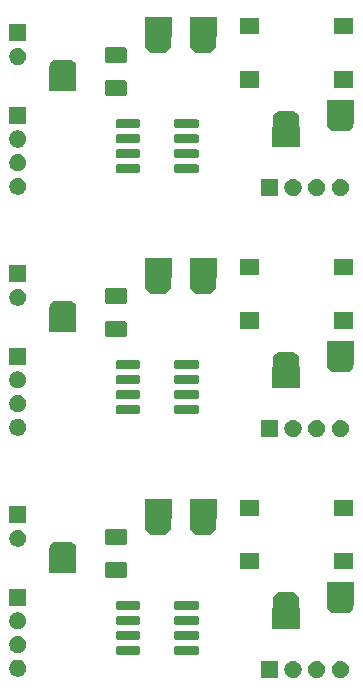
<source format=gbr>
G04 #@! TF.GenerationSoftware,KiCad,Pcbnew,(5.1.5)-3*
G04 #@! TF.CreationDate,2020-05-24T18:07:27-05:00*
G04 #@! TF.ProjectId,multiBoard_small,6d756c74-6942-46f6-9172-645f736d616c,rev?*
G04 #@! TF.SameCoordinates,PX5a995c0PY68e7780*
G04 #@! TF.FileFunction,Soldermask,Top*
G04 #@! TF.FilePolarity,Negative*
%FSLAX46Y46*%
G04 Gerber Fmt 4.6, Leading zero omitted, Abs format (unit mm)*
G04 Created by KiCad (PCBNEW (5.1.5)-3) date 2020-05-24 18:07:27*
%MOMM*%
%LPD*%
G04 APERTURE LIST*
%ADD10C,0.100000*%
G04 APERTURE END LIST*
D10*
G36*
X11400000Y16600000D02*
G01*
X11400000Y16300000D01*
X9200000Y16300000D01*
X9200000Y16600000D01*
X9600000Y16900000D01*
X11000000Y16900000D01*
X11400000Y16600000D01*
G37*
G36*
X21100000Y17900000D02*
G01*
X21100000Y18900000D01*
X23300000Y18900000D01*
X23300000Y17900000D01*
X22800000Y17500000D01*
X21600000Y17500000D01*
X21100000Y17900000D01*
G37*
G36*
X32700000Y11175000D02*
G01*
X32700000Y11475000D01*
X34900000Y11475000D01*
X34900000Y11175000D01*
X34500000Y10875000D01*
X33100000Y10875000D01*
X32700000Y11175000D01*
G37*
G36*
X30300000Y12200000D02*
G01*
X30300000Y11200000D01*
X28100000Y11200000D01*
X28100000Y12200000D01*
X28600000Y12600000D01*
X29800000Y12600000D01*
X30300000Y12200000D01*
G37*
G36*
X17300000Y17900000D02*
G01*
X17300000Y18900000D01*
X19500000Y18900000D01*
X19500000Y17900000D01*
X19000000Y17500000D01*
X17800000Y17500000D01*
X17300000Y17900000D01*
G37*
G36*
X21100000Y58700000D02*
G01*
X21100000Y59700000D01*
X23300000Y59700000D01*
X23300000Y58700000D01*
X22800000Y58300000D01*
X21600000Y58300000D01*
X21100000Y58700000D01*
G37*
G36*
X11400000Y57400000D02*
G01*
X11400000Y57100000D01*
X9200000Y57100000D01*
X9200000Y57400000D01*
X9600000Y57700000D01*
X11000000Y57700000D01*
X11400000Y57400000D01*
G37*
G36*
X30300000Y53000000D02*
G01*
X30300000Y52000000D01*
X28100000Y52000000D01*
X28100000Y53000000D01*
X28600000Y53400000D01*
X29800000Y53400000D01*
X30300000Y53000000D01*
G37*
G36*
X32700000Y51975000D02*
G01*
X32700000Y52275000D01*
X34900000Y52275000D01*
X34900000Y51975000D01*
X34500000Y51675000D01*
X33100000Y51675000D01*
X32700000Y51975000D01*
G37*
G36*
X17300000Y58700000D02*
G01*
X17300000Y59700000D01*
X19500000Y59700000D01*
X19500000Y58700000D01*
X19000000Y58300000D01*
X17800000Y58300000D01*
X17300000Y58700000D01*
G37*
G36*
X32700000Y31575000D02*
G01*
X32700000Y31875000D01*
X34900000Y31875000D01*
X34900000Y31575000D01*
X34500000Y31275000D01*
X33100000Y31275000D01*
X32700000Y31575000D01*
G37*
G36*
X17300000Y38300000D02*
G01*
X17300000Y39300000D01*
X19500000Y39300000D01*
X19500000Y38300000D01*
X19000000Y37900000D01*
X17800000Y37900000D01*
X17300000Y38300000D01*
G37*
G36*
X21100000Y38300000D02*
G01*
X21100000Y39300000D01*
X23300000Y39300000D01*
X23300000Y38300000D01*
X22800000Y37900000D01*
X21600000Y37900000D01*
X21100000Y38300000D01*
G37*
G36*
X30300000Y32600000D02*
G01*
X30300000Y31600000D01*
X28100000Y31600000D01*
X28100000Y32600000D01*
X28600000Y33000000D01*
X29800000Y33000000D01*
X30300000Y32600000D01*
G37*
G36*
X11400000Y37000000D02*
G01*
X11400000Y36700000D01*
X9200000Y36700000D01*
X9200000Y37000000D01*
X9600000Y37300000D01*
X11000000Y37300000D01*
X11400000Y37000000D01*
G37*
G36*
X34011766Y6798101D02*
G01*
X34143888Y6743374D01*
X34143890Y6743373D01*
X34262798Y6663921D01*
X34363921Y6562798D01*
X34363922Y6562796D01*
X34443374Y6443888D01*
X34498101Y6311766D01*
X34526000Y6171506D01*
X34526000Y6028494D01*
X34498101Y5888234D01*
X34443374Y5756112D01*
X34443373Y5756110D01*
X34363921Y5637202D01*
X34262798Y5536079D01*
X34143890Y5456627D01*
X34143889Y5456626D01*
X34143888Y5456626D01*
X34011766Y5401899D01*
X33871506Y5374000D01*
X33728494Y5374000D01*
X33588234Y5401899D01*
X33456112Y5456626D01*
X33456111Y5456626D01*
X33456110Y5456627D01*
X33337202Y5536079D01*
X33236079Y5637202D01*
X33156627Y5756110D01*
X33156626Y5756112D01*
X33101899Y5888234D01*
X33074000Y6028494D01*
X33074000Y6171506D01*
X33101899Y6311766D01*
X33156626Y6443888D01*
X33236078Y6562796D01*
X33236079Y6562798D01*
X33337202Y6663921D01*
X33456110Y6743373D01*
X33456112Y6743374D01*
X33588234Y6798101D01*
X33728494Y6826000D01*
X33871506Y6826000D01*
X34011766Y6798101D01*
G37*
G36*
X32011766Y6798101D02*
G01*
X32143888Y6743374D01*
X32143890Y6743373D01*
X32262798Y6663921D01*
X32363921Y6562798D01*
X32363922Y6562796D01*
X32443374Y6443888D01*
X32498101Y6311766D01*
X32526000Y6171506D01*
X32526000Y6028494D01*
X32498101Y5888234D01*
X32443374Y5756112D01*
X32443373Y5756110D01*
X32363921Y5637202D01*
X32262798Y5536079D01*
X32143890Y5456627D01*
X32143889Y5456626D01*
X32143888Y5456626D01*
X32011766Y5401899D01*
X31871506Y5374000D01*
X31728494Y5374000D01*
X31588234Y5401899D01*
X31456112Y5456626D01*
X31456111Y5456626D01*
X31456110Y5456627D01*
X31337202Y5536079D01*
X31236079Y5637202D01*
X31156627Y5756110D01*
X31156626Y5756112D01*
X31101899Y5888234D01*
X31074000Y6028494D01*
X31074000Y6171506D01*
X31101899Y6311766D01*
X31156626Y6443888D01*
X31236078Y6562796D01*
X31236079Y6562798D01*
X31337202Y6663921D01*
X31456110Y6743373D01*
X31456112Y6743374D01*
X31588234Y6798101D01*
X31728494Y6826000D01*
X31871506Y6826000D01*
X32011766Y6798101D01*
G37*
G36*
X28526000Y5374000D02*
G01*
X27074000Y5374000D01*
X27074000Y6826000D01*
X28526000Y6826000D01*
X28526000Y5374000D01*
G37*
G36*
X30011766Y6798101D02*
G01*
X30143888Y6743374D01*
X30143890Y6743373D01*
X30262798Y6663921D01*
X30363921Y6562798D01*
X30363922Y6562796D01*
X30443374Y6443888D01*
X30498101Y6311766D01*
X30526000Y6171506D01*
X30526000Y6028494D01*
X30498101Y5888234D01*
X30443374Y5756112D01*
X30443373Y5756110D01*
X30363921Y5637202D01*
X30262798Y5536079D01*
X30143890Y5456627D01*
X30143889Y5456626D01*
X30143888Y5456626D01*
X30011766Y5401899D01*
X29871506Y5374000D01*
X29728494Y5374000D01*
X29588234Y5401899D01*
X29456112Y5456626D01*
X29456111Y5456626D01*
X29456110Y5456627D01*
X29337202Y5536079D01*
X29236079Y5637202D01*
X29156627Y5756110D01*
X29156626Y5756112D01*
X29101899Y5888234D01*
X29074000Y6028494D01*
X29074000Y6171506D01*
X29101899Y6311766D01*
X29156626Y6443888D01*
X29236078Y6562796D01*
X29236079Y6562798D01*
X29337202Y6663921D01*
X29456110Y6743373D01*
X29456112Y6743374D01*
X29588234Y6798101D01*
X29728494Y6826000D01*
X29871506Y6826000D01*
X30011766Y6798101D01*
G37*
G36*
X6711766Y6898101D02*
G01*
X6843888Y6843374D01*
X6843890Y6843373D01*
X6962798Y6763921D01*
X7063921Y6662798D01*
X7063922Y6662796D01*
X7143374Y6543888D01*
X7198101Y6411766D01*
X7226000Y6271506D01*
X7226000Y6128494D01*
X7198101Y5988234D01*
X7156679Y5888234D01*
X7143373Y5856110D01*
X7063921Y5737202D01*
X6962798Y5636079D01*
X6843890Y5556627D01*
X6843889Y5556626D01*
X6843888Y5556626D01*
X6711766Y5501899D01*
X6571506Y5474000D01*
X6428494Y5474000D01*
X6288234Y5501899D01*
X6156112Y5556626D01*
X6156111Y5556626D01*
X6156110Y5556627D01*
X6037202Y5636079D01*
X5936079Y5737202D01*
X5856627Y5856110D01*
X5843321Y5888234D01*
X5801899Y5988234D01*
X5774000Y6128494D01*
X5774000Y6271506D01*
X5801899Y6411766D01*
X5856626Y6543888D01*
X5936078Y6662796D01*
X5936079Y6662798D01*
X6037202Y6763921D01*
X6156110Y6843373D01*
X6156112Y6843374D01*
X6288234Y6898101D01*
X6428494Y6926000D01*
X6571506Y6926000D01*
X6711766Y6898101D01*
G37*
G36*
X21709928Y8043236D02*
G01*
X21731009Y8036840D01*
X21750445Y8026452D01*
X21767476Y8012476D01*
X21781452Y7995445D01*
X21791840Y7976009D01*
X21798236Y7954928D01*
X21801000Y7926860D01*
X21801000Y7463140D01*
X21798236Y7435072D01*
X21791840Y7413991D01*
X21781452Y7394555D01*
X21767476Y7377524D01*
X21750445Y7363548D01*
X21731009Y7353160D01*
X21709928Y7346764D01*
X21681860Y7344000D01*
X19868140Y7344000D01*
X19840072Y7346764D01*
X19818991Y7353160D01*
X19799555Y7363548D01*
X19782524Y7377524D01*
X19768548Y7394555D01*
X19758160Y7413991D01*
X19751764Y7435072D01*
X19749000Y7463140D01*
X19749000Y7926860D01*
X19751764Y7954928D01*
X19758160Y7976009D01*
X19768548Y7995445D01*
X19782524Y8012476D01*
X19799555Y8026452D01*
X19818991Y8036840D01*
X19840072Y8043236D01*
X19868140Y8046000D01*
X21681860Y8046000D01*
X21709928Y8043236D01*
G37*
G36*
X16759928Y8043236D02*
G01*
X16781009Y8036840D01*
X16800445Y8026452D01*
X16817476Y8012476D01*
X16831452Y7995445D01*
X16841840Y7976009D01*
X16848236Y7954928D01*
X16851000Y7926860D01*
X16851000Y7463140D01*
X16848236Y7435072D01*
X16841840Y7413991D01*
X16831452Y7394555D01*
X16817476Y7377524D01*
X16800445Y7363548D01*
X16781009Y7353160D01*
X16759928Y7346764D01*
X16731860Y7344000D01*
X14918140Y7344000D01*
X14890072Y7346764D01*
X14868991Y7353160D01*
X14849555Y7363548D01*
X14832524Y7377524D01*
X14818548Y7394555D01*
X14808160Y7413991D01*
X14801764Y7435072D01*
X14799000Y7463140D01*
X14799000Y7926860D01*
X14801764Y7954928D01*
X14808160Y7976009D01*
X14818548Y7995445D01*
X14832524Y8012476D01*
X14849555Y8026452D01*
X14868991Y8036840D01*
X14890072Y8043236D01*
X14918140Y8046000D01*
X16731860Y8046000D01*
X16759928Y8043236D01*
G37*
G36*
X6711766Y8898101D02*
G01*
X6843888Y8843374D01*
X6843890Y8843373D01*
X6962798Y8763921D01*
X7063921Y8662798D01*
X7094680Y8616764D01*
X7143374Y8543888D01*
X7198101Y8411766D01*
X7226000Y8271506D01*
X7226000Y8128494D01*
X7198101Y7988234D01*
X7143374Y7856112D01*
X7143373Y7856110D01*
X7063921Y7737202D01*
X6962798Y7636079D01*
X6843890Y7556627D01*
X6843889Y7556626D01*
X6843888Y7556626D01*
X6711766Y7501899D01*
X6571506Y7474000D01*
X6428494Y7474000D01*
X6288234Y7501899D01*
X6156112Y7556626D01*
X6156111Y7556626D01*
X6156110Y7556627D01*
X6037202Y7636079D01*
X5936079Y7737202D01*
X5856627Y7856110D01*
X5856626Y7856112D01*
X5801899Y7988234D01*
X5774000Y8128494D01*
X5774000Y8271506D01*
X5801899Y8411766D01*
X5856626Y8543888D01*
X5905320Y8616764D01*
X5936079Y8662798D01*
X6037202Y8763921D01*
X6156110Y8843373D01*
X6156112Y8843374D01*
X6288234Y8898101D01*
X6428494Y8926000D01*
X6571506Y8926000D01*
X6711766Y8898101D01*
G37*
G36*
X21709928Y9313236D02*
G01*
X21731009Y9306840D01*
X21750445Y9296452D01*
X21767476Y9282476D01*
X21781452Y9265445D01*
X21791840Y9246009D01*
X21798236Y9224928D01*
X21801000Y9196860D01*
X21801000Y8733140D01*
X21798236Y8705072D01*
X21791840Y8683991D01*
X21781452Y8664555D01*
X21767476Y8647524D01*
X21750445Y8633548D01*
X21731009Y8623160D01*
X21709928Y8616764D01*
X21681860Y8614000D01*
X19868140Y8614000D01*
X19840072Y8616764D01*
X19818991Y8623160D01*
X19799555Y8633548D01*
X19782524Y8647524D01*
X19768548Y8664555D01*
X19758160Y8683991D01*
X19751764Y8705072D01*
X19749000Y8733140D01*
X19749000Y9196860D01*
X19751764Y9224928D01*
X19758160Y9246009D01*
X19768548Y9265445D01*
X19782524Y9282476D01*
X19799555Y9296452D01*
X19818991Y9306840D01*
X19840072Y9313236D01*
X19868140Y9316000D01*
X21681860Y9316000D01*
X21709928Y9313236D01*
G37*
G36*
X16759928Y9313236D02*
G01*
X16781009Y9306840D01*
X16800445Y9296452D01*
X16817476Y9282476D01*
X16831452Y9265445D01*
X16841840Y9246009D01*
X16848236Y9224928D01*
X16851000Y9196860D01*
X16851000Y8733140D01*
X16848236Y8705072D01*
X16841840Y8683991D01*
X16831452Y8664555D01*
X16817476Y8647524D01*
X16800445Y8633548D01*
X16781009Y8623160D01*
X16759928Y8616764D01*
X16731860Y8614000D01*
X14918140Y8614000D01*
X14890072Y8616764D01*
X14868991Y8623160D01*
X14849555Y8633548D01*
X14832524Y8647524D01*
X14818548Y8664555D01*
X14808160Y8683991D01*
X14801764Y8705072D01*
X14799000Y8733140D01*
X14799000Y9196860D01*
X14801764Y9224928D01*
X14808160Y9246009D01*
X14818548Y9265445D01*
X14832524Y9282476D01*
X14849555Y9296452D01*
X14868991Y9306840D01*
X14890072Y9313236D01*
X14918140Y9316000D01*
X16731860Y9316000D01*
X16759928Y9313236D01*
G37*
G36*
X6711766Y10898101D02*
G01*
X6843888Y10843374D01*
X6843890Y10843373D01*
X6962798Y10763921D01*
X7063921Y10662798D01*
X7137636Y10552476D01*
X7143374Y10543888D01*
X7198101Y10411766D01*
X7226000Y10271506D01*
X7226000Y10128494D01*
X7198101Y9988234D01*
X7143374Y9856112D01*
X7143373Y9856110D01*
X7063921Y9737202D01*
X6962798Y9636079D01*
X6843890Y9556627D01*
X6843889Y9556626D01*
X6843888Y9556626D01*
X6711766Y9501899D01*
X6571506Y9474000D01*
X6428494Y9474000D01*
X6288234Y9501899D01*
X6156112Y9556626D01*
X6156111Y9556626D01*
X6156110Y9556627D01*
X6037202Y9636079D01*
X5936079Y9737202D01*
X5856627Y9856110D01*
X5856626Y9856112D01*
X5801899Y9988234D01*
X5774000Y10128494D01*
X5774000Y10271506D01*
X5801899Y10411766D01*
X5856626Y10543888D01*
X5862364Y10552476D01*
X5936079Y10662798D01*
X6037202Y10763921D01*
X6156110Y10843373D01*
X6156112Y10843374D01*
X6288234Y10898101D01*
X6428494Y10926000D01*
X6571506Y10926000D01*
X6711766Y10898101D01*
G37*
G36*
X30351000Y9549000D02*
G01*
X28049000Y9549000D01*
X28049000Y11251000D01*
X30351000Y11251000D01*
X30351000Y9549000D01*
G37*
G36*
X16759928Y10583236D02*
G01*
X16781009Y10576840D01*
X16800445Y10566452D01*
X16817476Y10552476D01*
X16831452Y10535445D01*
X16841840Y10516009D01*
X16848236Y10494928D01*
X16851000Y10466860D01*
X16851000Y10003140D01*
X16848236Y9975072D01*
X16841840Y9953991D01*
X16831452Y9934555D01*
X16817476Y9917524D01*
X16800445Y9903548D01*
X16781009Y9893160D01*
X16759928Y9886764D01*
X16731860Y9884000D01*
X14918140Y9884000D01*
X14890072Y9886764D01*
X14868991Y9893160D01*
X14849555Y9903548D01*
X14832524Y9917524D01*
X14818548Y9934555D01*
X14808160Y9953991D01*
X14801764Y9975072D01*
X14799000Y10003140D01*
X14799000Y10466860D01*
X14801764Y10494928D01*
X14808160Y10516009D01*
X14818548Y10535445D01*
X14832524Y10552476D01*
X14849555Y10566452D01*
X14868991Y10576840D01*
X14890072Y10583236D01*
X14918140Y10586000D01*
X16731860Y10586000D01*
X16759928Y10583236D01*
G37*
G36*
X21709928Y10583236D02*
G01*
X21731009Y10576840D01*
X21750445Y10566452D01*
X21767476Y10552476D01*
X21781452Y10535445D01*
X21791840Y10516009D01*
X21798236Y10494928D01*
X21801000Y10466860D01*
X21801000Y10003140D01*
X21798236Y9975072D01*
X21791840Y9953991D01*
X21781452Y9934555D01*
X21767476Y9917524D01*
X21750445Y9903548D01*
X21731009Y9893160D01*
X21709928Y9886764D01*
X21681860Y9884000D01*
X19868140Y9884000D01*
X19840072Y9886764D01*
X19818991Y9893160D01*
X19799555Y9903548D01*
X19782524Y9917524D01*
X19768548Y9934555D01*
X19758160Y9953991D01*
X19751764Y9975072D01*
X19749000Y10003140D01*
X19749000Y10466860D01*
X19751764Y10494928D01*
X19758160Y10516009D01*
X19768548Y10535445D01*
X19782524Y10552476D01*
X19799555Y10566452D01*
X19818991Y10576840D01*
X19840072Y10583236D01*
X19868140Y10586000D01*
X21681860Y10586000D01*
X21709928Y10583236D01*
G37*
G36*
X21709928Y11853236D02*
G01*
X21731009Y11846840D01*
X21750445Y11836452D01*
X21767476Y11822476D01*
X21781452Y11805445D01*
X21791840Y11786009D01*
X21798236Y11764928D01*
X21801000Y11736860D01*
X21801000Y11273140D01*
X21798236Y11245072D01*
X21791840Y11223991D01*
X21781452Y11204555D01*
X21767476Y11187524D01*
X21750445Y11173548D01*
X21731009Y11163160D01*
X21709928Y11156764D01*
X21681860Y11154000D01*
X19868140Y11154000D01*
X19840072Y11156764D01*
X19818991Y11163160D01*
X19799555Y11173548D01*
X19782524Y11187524D01*
X19768548Y11204555D01*
X19758160Y11223991D01*
X19751764Y11245072D01*
X19749000Y11273140D01*
X19749000Y11736860D01*
X19751764Y11764928D01*
X19758160Y11786009D01*
X19768548Y11805445D01*
X19782524Y11822476D01*
X19799555Y11836452D01*
X19818991Y11846840D01*
X19840072Y11853236D01*
X19868140Y11856000D01*
X21681860Y11856000D01*
X21709928Y11853236D01*
G37*
G36*
X16759928Y11853236D02*
G01*
X16781009Y11846840D01*
X16800445Y11836452D01*
X16817476Y11822476D01*
X16831452Y11805445D01*
X16841840Y11786009D01*
X16848236Y11764928D01*
X16851000Y11736860D01*
X16851000Y11273140D01*
X16848236Y11245072D01*
X16841840Y11223991D01*
X16831452Y11204555D01*
X16817476Y11187524D01*
X16800445Y11173548D01*
X16781009Y11163160D01*
X16759928Y11156764D01*
X16731860Y11154000D01*
X14918140Y11154000D01*
X14890072Y11156764D01*
X14868991Y11163160D01*
X14849555Y11173548D01*
X14832524Y11187524D01*
X14818548Y11204555D01*
X14808160Y11223991D01*
X14801764Y11245072D01*
X14799000Y11273140D01*
X14799000Y11736860D01*
X14801764Y11764928D01*
X14808160Y11786009D01*
X14818548Y11805445D01*
X14832524Y11822476D01*
X14849555Y11836452D01*
X14868991Y11846840D01*
X14890072Y11853236D01*
X14918140Y11856000D01*
X16731860Y11856000D01*
X16759928Y11853236D01*
G37*
G36*
X34951000Y11424000D02*
G01*
X32649000Y11424000D01*
X32649000Y13526000D01*
X34951000Y13526000D01*
X34951000Y11424000D01*
G37*
G36*
X7226000Y11474000D02*
G01*
X5774000Y11474000D01*
X5774000Y12926000D01*
X7226000Y12926000D01*
X7226000Y11474000D01*
G37*
G36*
X15568604Y15171653D02*
G01*
X15605144Y15160568D01*
X15638821Y15142567D01*
X15668341Y15118341D01*
X15692567Y15088821D01*
X15710568Y15055144D01*
X15721653Y15018604D01*
X15726000Y14974462D01*
X15726000Y14025538D01*
X15721653Y13981396D01*
X15710568Y13944856D01*
X15692567Y13911179D01*
X15668341Y13881659D01*
X15638821Y13857433D01*
X15605144Y13839432D01*
X15568604Y13828347D01*
X15524462Y13824000D01*
X14075538Y13824000D01*
X14031396Y13828347D01*
X13994856Y13839432D01*
X13961179Y13857433D01*
X13931659Y13881659D01*
X13907433Y13911179D01*
X13889432Y13944856D01*
X13878347Y13981396D01*
X13874000Y14025538D01*
X13874000Y14974462D01*
X13878347Y15018604D01*
X13889432Y15055144D01*
X13907433Y15088821D01*
X13931659Y15118341D01*
X13961179Y15142567D01*
X13994856Y15160568D01*
X14031396Y15171653D01*
X14075538Y15176000D01*
X15524462Y15176000D01*
X15568604Y15171653D01*
G37*
G36*
X11451000Y14249000D02*
G01*
X9149000Y14249000D01*
X9149000Y16351000D01*
X11451000Y16351000D01*
X11451000Y14249000D01*
G37*
G36*
X26951000Y14549000D02*
G01*
X25299000Y14549000D01*
X25299000Y15951000D01*
X26951000Y15951000D01*
X26951000Y14549000D01*
G37*
G36*
X34901000Y14549000D02*
G01*
X33249000Y14549000D01*
X33249000Y15951000D01*
X34901000Y15951000D01*
X34901000Y14549000D01*
G37*
G36*
X6711766Y17898101D02*
G01*
X6843888Y17843374D01*
X6843890Y17843373D01*
X6962798Y17763921D01*
X7063921Y17662798D01*
X7063922Y17662796D01*
X7143374Y17543888D01*
X7198101Y17411766D01*
X7226000Y17271506D01*
X7226000Y17128494D01*
X7198101Y16988234D01*
X7159233Y16894400D01*
X7143373Y16856110D01*
X7063921Y16737202D01*
X6962798Y16636079D01*
X6843890Y16556627D01*
X6843889Y16556626D01*
X6843888Y16556626D01*
X6711766Y16501899D01*
X6571506Y16474000D01*
X6428494Y16474000D01*
X6288234Y16501899D01*
X6156112Y16556626D01*
X6156111Y16556626D01*
X6156110Y16556627D01*
X6037202Y16636079D01*
X5936079Y16737202D01*
X5856627Y16856110D01*
X5840767Y16894400D01*
X5801899Y16988234D01*
X5774000Y17128494D01*
X5774000Y17271506D01*
X5801899Y17411766D01*
X5856626Y17543888D01*
X5936078Y17662796D01*
X5936079Y17662798D01*
X6037202Y17763921D01*
X6156110Y17843373D01*
X6156112Y17843374D01*
X6288234Y17898101D01*
X6428494Y17926000D01*
X6571506Y17926000D01*
X6711766Y17898101D01*
G37*
G36*
X15568604Y17971653D02*
G01*
X15605144Y17960568D01*
X15638821Y17942567D01*
X15668341Y17918341D01*
X15692567Y17888821D01*
X15710568Y17855144D01*
X15721653Y17818604D01*
X15726000Y17774462D01*
X15726000Y16825538D01*
X15721653Y16781396D01*
X15710568Y16744856D01*
X15692567Y16711179D01*
X15668341Y16681659D01*
X15638821Y16657433D01*
X15605144Y16639432D01*
X15568604Y16628347D01*
X15524462Y16624000D01*
X14075538Y16624000D01*
X14031396Y16628347D01*
X13994856Y16639432D01*
X13961179Y16657433D01*
X13931659Y16681659D01*
X13907433Y16711179D01*
X13889432Y16744856D01*
X13878347Y16781396D01*
X13874000Y16825538D01*
X13874000Y17774462D01*
X13878347Y17818604D01*
X13889432Y17855144D01*
X13907433Y17888821D01*
X13931659Y17918341D01*
X13961179Y17942567D01*
X13994856Y17960568D01*
X14031396Y17971653D01*
X14075538Y17976000D01*
X15524462Y17976000D01*
X15568604Y17971653D01*
G37*
G36*
X7226000Y18474000D02*
G01*
X5774000Y18474000D01*
X5774000Y19926000D01*
X7226000Y19926000D01*
X7226000Y18474000D01*
G37*
G36*
X23351000Y18849000D02*
G01*
X21049000Y18849000D01*
X21049000Y20551000D01*
X23351000Y20551000D01*
X23351000Y18849000D01*
G37*
G36*
X19551000Y18849000D02*
G01*
X17249000Y18849000D01*
X17249000Y20551000D01*
X19551000Y20551000D01*
X19551000Y18849000D01*
G37*
G36*
X26951000Y19049000D02*
G01*
X25299000Y19049000D01*
X25299000Y20451000D01*
X26951000Y20451000D01*
X26951000Y19049000D01*
G37*
G36*
X34901000Y19049000D02*
G01*
X33249000Y19049000D01*
X33249000Y20451000D01*
X34901000Y20451000D01*
X34901000Y19049000D01*
G37*
G36*
X30011766Y27198101D02*
G01*
X30143888Y27143374D01*
X30143890Y27143373D01*
X30262798Y27063921D01*
X30363921Y26962798D01*
X30363922Y26962796D01*
X30443374Y26843888D01*
X30498101Y26711766D01*
X30526000Y26571506D01*
X30526000Y26428494D01*
X30498101Y26288234D01*
X30443374Y26156112D01*
X30443373Y26156110D01*
X30363921Y26037202D01*
X30262798Y25936079D01*
X30143890Y25856627D01*
X30143889Y25856626D01*
X30143888Y25856626D01*
X30011766Y25801899D01*
X29871506Y25774000D01*
X29728494Y25774000D01*
X29588234Y25801899D01*
X29456112Y25856626D01*
X29456111Y25856626D01*
X29456110Y25856627D01*
X29337202Y25936079D01*
X29236079Y26037202D01*
X29156627Y26156110D01*
X29156626Y26156112D01*
X29101899Y26288234D01*
X29074000Y26428494D01*
X29074000Y26571506D01*
X29101899Y26711766D01*
X29156626Y26843888D01*
X29236078Y26962796D01*
X29236079Y26962798D01*
X29337202Y27063921D01*
X29456110Y27143373D01*
X29456112Y27143374D01*
X29588234Y27198101D01*
X29728494Y27226000D01*
X29871506Y27226000D01*
X30011766Y27198101D01*
G37*
G36*
X34011766Y27198101D02*
G01*
X34143888Y27143374D01*
X34143890Y27143373D01*
X34262798Y27063921D01*
X34363921Y26962798D01*
X34363922Y26962796D01*
X34443374Y26843888D01*
X34498101Y26711766D01*
X34526000Y26571506D01*
X34526000Y26428494D01*
X34498101Y26288234D01*
X34443374Y26156112D01*
X34443373Y26156110D01*
X34363921Y26037202D01*
X34262798Y25936079D01*
X34143890Y25856627D01*
X34143889Y25856626D01*
X34143888Y25856626D01*
X34011766Y25801899D01*
X33871506Y25774000D01*
X33728494Y25774000D01*
X33588234Y25801899D01*
X33456112Y25856626D01*
X33456111Y25856626D01*
X33456110Y25856627D01*
X33337202Y25936079D01*
X33236079Y26037202D01*
X33156627Y26156110D01*
X33156626Y26156112D01*
X33101899Y26288234D01*
X33074000Y26428494D01*
X33074000Y26571506D01*
X33101899Y26711766D01*
X33156626Y26843888D01*
X33236078Y26962796D01*
X33236079Y26962798D01*
X33337202Y27063921D01*
X33456110Y27143373D01*
X33456112Y27143374D01*
X33588234Y27198101D01*
X33728494Y27226000D01*
X33871506Y27226000D01*
X34011766Y27198101D01*
G37*
G36*
X28526000Y25774000D02*
G01*
X27074000Y25774000D01*
X27074000Y27226000D01*
X28526000Y27226000D01*
X28526000Y25774000D01*
G37*
G36*
X32011766Y27198101D02*
G01*
X32143888Y27143374D01*
X32143890Y27143373D01*
X32262798Y27063921D01*
X32363921Y26962798D01*
X32363922Y26962796D01*
X32443374Y26843888D01*
X32498101Y26711766D01*
X32526000Y26571506D01*
X32526000Y26428494D01*
X32498101Y26288234D01*
X32443374Y26156112D01*
X32443373Y26156110D01*
X32363921Y26037202D01*
X32262798Y25936079D01*
X32143890Y25856627D01*
X32143889Y25856626D01*
X32143888Y25856626D01*
X32011766Y25801899D01*
X31871506Y25774000D01*
X31728494Y25774000D01*
X31588234Y25801899D01*
X31456112Y25856626D01*
X31456111Y25856626D01*
X31456110Y25856627D01*
X31337202Y25936079D01*
X31236079Y26037202D01*
X31156627Y26156110D01*
X31156626Y26156112D01*
X31101899Y26288234D01*
X31074000Y26428494D01*
X31074000Y26571506D01*
X31101899Y26711766D01*
X31156626Y26843888D01*
X31236078Y26962796D01*
X31236079Y26962798D01*
X31337202Y27063921D01*
X31456110Y27143373D01*
X31456112Y27143374D01*
X31588234Y27198101D01*
X31728494Y27226000D01*
X31871506Y27226000D01*
X32011766Y27198101D01*
G37*
G36*
X6711766Y27298101D02*
G01*
X6843888Y27243374D01*
X6843890Y27243373D01*
X6962798Y27163921D01*
X7063921Y27062798D01*
X7063922Y27062796D01*
X7143374Y26943888D01*
X7198101Y26811766D01*
X7226000Y26671506D01*
X7226000Y26528494D01*
X7198101Y26388234D01*
X7156679Y26288234D01*
X7143373Y26256110D01*
X7063921Y26137202D01*
X6962798Y26036079D01*
X6843890Y25956627D01*
X6843889Y25956626D01*
X6843888Y25956626D01*
X6711766Y25901899D01*
X6571506Y25874000D01*
X6428494Y25874000D01*
X6288234Y25901899D01*
X6156112Y25956626D01*
X6156111Y25956626D01*
X6156110Y25956627D01*
X6037202Y26036079D01*
X5936079Y26137202D01*
X5856627Y26256110D01*
X5843321Y26288234D01*
X5801899Y26388234D01*
X5774000Y26528494D01*
X5774000Y26671506D01*
X5801899Y26811766D01*
X5856626Y26943888D01*
X5936078Y27062796D01*
X5936079Y27062798D01*
X6037202Y27163921D01*
X6156110Y27243373D01*
X6156112Y27243374D01*
X6288234Y27298101D01*
X6428494Y27326000D01*
X6571506Y27326000D01*
X6711766Y27298101D01*
G37*
G36*
X16759928Y28443236D02*
G01*
X16781009Y28436840D01*
X16800445Y28426452D01*
X16817476Y28412476D01*
X16831452Y28395445D01*
X16841840Y28376009D01*
X16848236Y28354928D01*
X16851000Y28326860D01*
X16851000Y27863140D01*
X16848236Y27835072D01*
X16841840Y27813991D01*
X16831452Y27794555D01*
X16817476Y27777524D01*
X16800445Y27763548D01*
X16781009Y27753160D01*
X16759928Y27746764D01*
X16731860Y27744000D01*
X14918140Y27744000D01*
X14890072Y27746764D01*
X14868991Y27753160D01*
X14849555Y27763548D01*
X14832524Y27777524D01*
X14818548Y27794555D01*
X14808160Y27813991D01*
X14801764Y27835072D01*
X14799000Y27863140D01*
X14799000Y28326860D01*
X14801764Y28354928D01*
X14808160Y28376009D01*
X14818548Y28395445D01*
X14832524Y28412476D01*
X14849555Y28426452D01*
X14868991Y28436840D01*
X14890072Y28443236D01*
X14918140Y28446000D01*
X16731860Y28446000D01*
X16759928Y28443236D01*
G37*
G36*
X21709928Y28443236D02*
G01*
X21731009Y28436840D01*
X21750445Y28426452D01*
X21767476Y28412476D01*
X21781452Y28395445D01*
X21791840Y28376009D01*
X21798236Y28354928D01*
X21801000Y28326860D01*
X21801000Y27863140D01*
X21798236Y27835072D01*
X21791840Y27813991D01*
X21781452Y27794555D01*
X21767476Y27777524D01*
X21750445Y27763548D01*
X21731009Y27753160D01*
X21709928Y27746764D01*
X21681860Y27744000D01*
X19868140Y27744000D01*
X19840072Y27746764D01*
X19818991Y27753160D01*
X19799555Y27763548D01*
X19782524Y27777524D01*
X19768548Y27794555D01*
X19758160Y27813991D01*
X19751764Y27835072D01*
X19749000Y27863140D01*
X19749000Y28326860D01*
X19751764Y28354928D01*
X19758160Y28376009D01*
X19768548Y28395445D01*
X19782524Y28412476D01*
X19799555Y28426452D01*
X19818991Y28436840D01*
X19840072Y28443236D01*
X19868140Y28446000D01*
X21681860Y28446000D01*
X21709928Y28443236D01*
G37*
G36*
X6711766Y29298101D02*
G01*
X6843888Y29243374D01*
X6843890Y29243373D01*
X6962798Y29163921D01*
X7063921Y29062798D01*
X7094680Y29016764D01*
X7143374Y28943888D01*
X7198101Y28811766D01*
X7226000Y28671506D01*
X7226000Y28528494D01*
X7198101Y28388234D01*
X7143374Y28256112D01*
X7143373Y28256110D01*
X7063921Y28137202D01*
X6962798Y28036079D01*
X6843890Y27956627D01*
X6843889Y27956626D01*
X6843888Y27956626D01*
X6711766Y27901899D01*
X6571506Y27874000D01*
X6428494Y27874000D01*
X6288234Y27901899D01*
X6156112Y27956626D01*
X6156111Y27956626D01*
X6156110Y27956627D01*
X6037202Y28036079D01*
X5936079Y28137202D01*
X5856627Y28256110D01*
X5856626Y28256112D01*
X5801899Y28388234D01*
X5774000Y28528494D01*
X5774000Y28671506D01*
X5801899Y28811766D01*
X5856626Y28943888D01*
X5905320Y29016764D01*
X5936079Y29062798D01*
X6037202Y29163921D01*
X6156110Y29243373D01*
X6156112Y29243374D01*
X6288234Y29298101D01*
X6428494Y29326000D01*
X6571506Y29326000D01*
X6711766Y29298101D01*
G37*
G36*
X16759928Y29713236D02*
G01*
X16781009Y29706840D01*
X16800445Y29696452D01*
X16817476Y29682476D01*
X16831452Y29665445D01*
X16841840Y29646009D01*
X16848236Y29624928D01*
X16851000Y29596860D01*
X16851000Y29133140D01*
X16848236Y29105072D01*
X16841840Y29083991D01*
X16831452Y29064555D01*
X16817476Y29047524D01*
X16800445Y29033548D01*
X16781009Y29023160D01*
X16759928Y29016764D01*
X16731860Y29014000D01*
X14918140Y29014000D01*
X14890072Y29016764D01*
X14868991Y29023160D01*
X14849555Y29033548D01*
X14832524Y29047524D01*
X14818548Y29064555D01*
X14808160Y29083991D01*
X14801764Y29105072D01*
X14799000Y29133140D01*
X14799000Y29596860D01*
X14801764Y29624928D01*
X14808160Y29646009D01*
X14818548Y29665445D01*
X14832524Y29682476D01*
X14849555Y29696452D01*
X14868991Y29706840D01*
X14890072Y29713236D01*
X14918140Y29716000D01*
X16731860Y29716000D01*
X16759928Y29713236D01*
G37*
G36*
X21709928Y29713236D02*
G01*
X21731009Y29706840D01*
X21750445Y29696452D01*
X21767476Y29682476D01*
X21781452Y29665445D01*
X21791840Y29646009D01*
X21798236Y29624928D01*
X21801000Y29596860D01*
X21801000Y29133140D01*
X21798236Y29105072D01*
X21791840Y29083991D01*
X21781452Y29064555D01*
X21767476Y29047524D01*
X21750445Y29033548D01*
X21731009Y29023160D01*
X21709928Y29016764D01*
X21681860Y29014000D01*
X19868140Y29014000D01*
X19840072Y29016764D01*
X19818991Y29023160D01*
X19799555Y29033548D01*
X19782524Y29047524D01*
X19768548Y29064555D01*
X19758160Y29083991D01*
X19751764Y29105072D01*
X19749000Y29133140D01*
X19749000Y29596860D01*
X19751764Y29624928D01*
X19758160Y29646009D01*
X19768548Y29665445D01*
X19782524Y29682476D01*
X19799555Y29696452D01*
X19818991Y29706840D01*
X19840072Y29713236D01*
X19868140Y29716000D01*
X21681860Y29716000D01*
X21709928Y29713236D01*
G37*
G36*
X6711766Y31298101D02*
G01*
X6843888Y31243374D01*
X6843890Y31243373D01*
X6962798Y31163921D01*
X7063921Y31062798D01*
X7137636Y30952476D01*
X7143374Y30943888D01*
X7198101Y30811766D01*
X7226000Y30671506D01*
X7226000Y30528494D01*
X7198101Y30388234D01*
X7143374Y30256112D01*
X7143373Y30256110D01*
X7063921Y30137202D01*
X6962798Y30036079D01*
X6843890Y29956627D01*
X6843889Y29956626D01*
X6843888Y29956626D01*
X6711766Y29901899D01*
X6571506Y29874000D01*
X6428494Y29874000D01*
X6288234Y29901899D01*
X6156112Y29956626D01*
X6156111Y29956626D01*
X6156110Y29956627D01*
X6037202Y30036079D01*
X5936079Y30137202D01*
X5856627Y30256110D01*
X5856626Y30256112D01*
X5801899Y30388234D01*
X5774000Y30528494D01*
X5774000Y30671506D01*
X5801899Y30811766D01*
X5856626Y30943888D01*
X5862364Y30952476D01*
X5936079Y31062798D01*
X6037202Y31163921D01*
X6156110Y31243373D01*
X6156112Y31243374D01*
X6288234Y31298101D01*
X6428494Y31326000D01*
X6571506Y31326000D01*
X6711766Y31298101D01*
G37*
G36*
X30351000Y29949000D02*
G01*
X28049000Y29949000D01*
X28049000Y31651000D01*
X30351000Y31651000D01*
X30351000Y29949000D01*
G37*
G36*
X21709928Y30983236D02*
G01*
X21731009Y30976840D01*
X21750445Y30966452D01*
X21767476Y30952476D01*
X21781452Y30935445D01*
X21791840Y30916009D01*
X21798236Y30894928D01*
X21801000Y30866860D01*
X21801000Y30403140D01*
X21798236Y30375072D01*
X21791840Y30353991D01*
X21781452Y30334555D01*
X21767476Y30317524D01*
X21750445Y30303548D01*
X21731009Y30293160D01*
X21709928Y30286764D01*
X21681860Y30284000D01*
X19868140Y30284000D01*
X19840072Y30286764D01*
X19818991Y30293160D01*
X19799555Y30303548D01*
X19782524Y30317524D01*
X19768548Y30334555D01*
X19758160Y30353991D01*
X19751764Y30375072D01*
X19749000Y30403140D01*
X19749000Y30866860D01*
X19751764Y30894928D01*
X19758160Y30916009D01*
X19768548Y30935445D01*
X19782524Y30952476D01*
X19799555Y30966452D01*
X19818991Y30976840D01*
X19840072Y30983236D01*
X19868140Y30986000D01*
X21681860Y30986000D01*
X21709928Y30983236D01*
G37*
G36*
X16759928Y30983236D02*
G01*
X16781009Y30976840D01*
X16800445Y30966452D01*
X16817476Y30952476D01*
X16831452Y30935445D01*
X16841840Y30916009D01*
X16848236Y30894928D01*
X16851000Y30866860D01*
X16851000Y30403140D01*
X16848236Y30375072D01*
X16841840Y30353991D01*
X16831452Y30334555D01*
X16817476Y30317524D01*
X16800445Y30303548D01*
X16781009Y30293160D01*
X16759928Y30286764D01*
X16731860Y30284000D01*
X14918140Y30284000D01*
X14890072Y30286764D01*
X14868991Y30293160D01*
X14849555Y30303548D01*
X14832524Y30317524D01*
X14818548Y30334555D01*
X14808160Y30353991D01*
X14801764Y30375072D01*
X14799000Y30403140D01*
X14799000Y30866860D01*
X14801764Y30894928D01*
X14808160Y30916009D01*
X14818548Y30935445D01*
X14832524Y30952476D01*
X14849555Y30966452D01*
X14868991Y30976840D01*
X14890072Y30983236D01*
X14918140Y30986000D01*
X16731860Y30986000D01*
X16759928Y30983236D01*
G37*
G36*
X16759928Y32253236D02*
G01*
X16781009Y32246840D01*
X16800445Y32236452D01*
X16817476Y32222476D01*
X16831452Y32205445D01*
X16841840Y32186009D01*
X16848236Y32164928D01*
X16851000Y32136860D01*
X16851000Y31673140D01*
X16848236Y31645072D01*
X16841840Y31623991D01*
X16831452Y31604555D01*
X16817476Y31587524D01*
X16800445Y31573548D01*
X16781009Y31563160D01*
X16759928Y31556764D01*
X16731860Y31554000D01*
X14918140Y31554000D01*
X14890072Y31556764D01*
X14868991Y31563160D01*
X14849555Y31573548D01*
X14832524Y31587524D01*
X14818548Y31604555D01*
X14808160Y31623991D01*
X14801764Y31645072D01*
X14799000Y31673140D01*
X14799000Y32136860D01*
X14801764Y32164928D01*
X14808160Y32186009D01*
X14818548Y32205445D01*
X14832524Y32222476D01*
X14849555Y32236452D01*
X14868991Y32246840D01*
X14890072Y32253236D01*
X14918140Y32256000D01*
X16731860Y32256000D01*
X16759928Y32253236D01*
G37*
G36*
X21709928Y32253236D02*
G01*
X21731009Y32246840D01*
X21750445Y32236452D01*
X21767476Y32222476D01*
X21781452Y32205445D01*
X21791840Y32186009D01*
X21798236Y32164928D01*
X21801000Y32136860D01*
X21801000Y31673140D01*
X21798236Y31645072D01*
X21791840Y31623991D01*
X21781452Y31604555D01*
X21767476Y31587524D01*
X21750445Y31573548D01*
X21731009Y31563160D01*
X21709928Y31556764D01*
X21681860Y31554000D01*
X19868140Y31554000D01*
X19840072Y31556764D01*
X19818991Y31563160D01*
X19799555Y31573548D01*
X19782524Y31587524D01*
X19768548Y31604555D01*
X19758160Y31623991D01*
X19751764Y31645072D01*
X19749000Y31673140D01*
X19749000Y32136860D01*
X19751764Y32164928D01*
X19758160Y32186009D01*
X19768548Y32205445D01*
X19782524Y32222476D01*
X19799555Y32236452D01*
X19818991Y32246840D01*
X19840072Y32253236D01*
X19868140Y32256000D01*
X21681860Y32256000D01*
X21709928Y32253236D01*
G37*
G36*
X34951000Y31824000D02*
G01*
X32649000Y31824000D01*
X32649000Y33926000D01*
X34951000Y33926000D01*
X34951000Y31824000D01*
G37*
G36*
X7226000Y31874000D02*
G01*
X5774000Y31874000D01*
X5774000Y33326000D01*
X7226000Y33326000D01*
X7226000Y31874000D01*
G37*
G36*
X15568604Y35571653D02*
G01*
X15605144Y35560568D01*
X15638821Y35542567D01*
X15668341Y35518341D01*
X15692567Y35488821D01*
X15710568Y35455144D01*
X15721653Y35418604D01*
X15726000Y35374462D01*
X15726000Y34425538D01*
X15721653Y34381396D01*
X15710568Y34344856D01*
X15692567Y34311179D01*
X15668341Y34281659D01*
X15638821Y34257433D01*
X15605144Y34239432D01*
X15568604Y34228347D01*
X15524462Y34224000D01*
X14075538Y34224000D01*
X14031396Y34228347D01*
X13994856Y34239432D01*
X13961179Y34257433D01*
X13931659Y34281659D01*
X13907433Y34311179D01*
X13889432Y34344856D01*
X13878347Y34381396D01*
X13874000Y34425538D01*
X13874000Y35374462D01*
X13878347Y35418604D01*
X13889432Y35455144D01*
X13907433Y35488821D01*
X13931659Y35518341D01*
X13961179Y35542567D01*
X13994856Y35560568D01*
X14031396Y35571653D01*
X14075538Y35576000D01*
X15524462Y35576000D01*
X15568604Y35571653D01*
G37*
G36*
X11451000Y34649000D02*
G01*
X9149000Y34649000D01*
X9149000Y36751000D01*
X11451000Y36751000D01*
X11451000Y34649000D01*
G37*
G36*
X26951000Y34949000D02*
G01*
X25299000Y34949000D01*
X25299000Y36351000D01*
X26951000Y36351000D01*
X26951000Y34949000D01*
G37*
G36*
X34901000Y34949000D02*
G01*
X33249000Y34949000D01*
X33249000Y36351000D01*
X34901000Y36351000D01*
X34901000Y34949000D01*
G37*
G36*
X6711766Y38298101D02*
G01*
X6843888Y38243374D01*
X6843890Y38243373D01*
X6962798Y38163921D01*
X7063921Y38062798D01*
X7063922Y38062796D01*
X7143374Y37943888D01*
X7198101Y37811766D01*
X7226000Y37671506D01*
X7226000Y37528494D01*
X7198101Y37388234D01*
X7159233Y37294400D01*
X7143373Y37256110D01*
X7063921Y37137202D01*
X6962798Y37036079D01*
X6843890Y36956627D01*
X6843889Y36956626D01*
X6843888Y36956626D01*
X6711766Y36901899D01*
X6571506Y36874000D01*
X6428494Y36874000D01*
X6288234Y36901899D01*
X6156112Y36956626D01*
X6156111Y36956626D01*
X6156110Y36956627D01*
X6037202Y37036079D01*
X5936079Y37137202D01*
X5856627Y37256110D01*
X5840767Y37294400D01*
X5801899Y37388234D01*
X5774000Y37528494D01*
X5774000Y37671506D01*
X5801899Y37811766D01*
X5856626Y37943888D01*
X5936078Y38062796D01*
X5936079Y38062798D01*
X6037202Y38163921D01*
X6156110Y38243373D01*
X6156112Y38243374D01*
X6288234Y38298101D01*
X6428494Y38326000D01*
X6571506Y38326000D01*
X6711766Y38298101D01*
G37*
G36*
X15568604Y38371653D02*
G01*
X15605144Y38360568D01*
X15638821Y38342567D01*
X15668341Y38318341D01*
X15692567Y38288821D01*
X15710568Y38255144D01*
X15721653Y38218604D01*
X15726000Y38174462D01*
X15726000Y37225538D01*
X15721653Y37181396D01*
X15710568Y37144856D01*
X15692567Y37111179D01*
X15668341Y37081659D01*
X15638821Y37057433D01*
X15605144Y37039432D01*
X15568604Y37028347D01*
X15524462Y37024000D01*
X14075538Y37024000D01*
X14031396Y37028347D01*
X13994856Y37039432D01*
X13961179Y37057433D01*
X13931659Y37081659D01*
X13907433Y37111179D01*
X13889432Y37144856D01*
X13878347Y37181396D01*
X13874000Y37225538D01*
X13874000Y38174462D01*
X13878347Y38218604D01*
X13889432Y38255144D01*
X13907433Y38288821D01*
X13931659Y38318341D01*
X13961179Y38342567D01*
X13994856Y38360568D01*
X14031396Y38371653D01*
X14075538Y38376000D01*
X15524462Y38376000D01*
X15568604Y38371653D01*
G37*
G36*
X7226000Y38874000D02*
G01*
X5774000Y38874000D01*
X5774000Y40326000D01*
X7226000Y40326000D01*
X7226000Y38874000D01*
G37*
G36*
X19551000Y39249000D02*
G01*
X17249000Y39249000D01*
X17249000Y40951000D01*
X19551000Y40951000D01*
X19551000Y39249000D01*
G37*
G36*
X23351000Y39249000D02*
G01*
X21049000Y39249000D01*
X21049000Y40951000D01*
X23351000Y40951000D01*
X23351000Y39249000D01*
G37*
G36*
X34901000Y39449000D02*
G01*
X33249000Y39449000D01*
X33249000Y40851000D01*
X34901000Y40851000D01*
X34901000Y39449000D01*
G37*
G36*
X26951000Y39449000D02*
G01*
X25299000Y39449000D01*
X25299000Y40851000D01*
X26951000Y40851000D01*
X26951000Y39449000D01*
G37*
G36*
X34011766Y47598101D02*
G01*
X34143888Y47543374D01*
X34143890Y47543373D01*
X34262798Y47463921D01*
X34363921Y47362798D01*
X34363922Y47362796D01*
X34443374Y47243888D01*
X34498101Y47111766D01*
X34526000Y46971506D01*
X34526000Y46828494D01*
X34498101Y46688234D01*
X34443374Y46556112D01*
X34443373Y46556110D01*
X34363921Y46437202D01*
X34262798Y46336079D01*
X34143890Y46256627D01*
X34143889Y46256626D01*
X34143888Y46256626D01*
X34011766Y46201899D01*
X33871506Y46174000D01*
X33728494Y46174000D01*
X33588234Y46201899D01*
X33456112Y46256626D01*
X33456111Y46256626D01*
X33456110Y46256627D01*
X33337202Y46336079D01*
X33236079Y46437202D01*
X33156627Y46556110D01*
X33156626Y46556112D01*
X33101899Y46688234D01*
X33074000Y46828494D01*
X33074000Y46971506D01*
X33101899Y47111766D01*
X33156626Y47243888D01*
X33236078Y47362796D01*
X33236079Y47362798D01*
X33337202Y47463921D01*
X33456110Y47543373D01*
X33456112Y47543374D01*
X33588234Y47598101D01*
X33728494Y47626000D01*
X33871506Y47626000D01*
X34011766Y47598101D01*
G37*
G36*
X32011766Y47598101D02*
G01*
X32143888Y47543374D01*
X32143890Y47543373D01*
X32262798Y47463921D01*
X32363921Y47362798D01*
X32363922Y47362796D01*
X32443374Y47243888D01*
X32498101Y47111766D01*
X32526000Y46971506D01*
X32526000Y46828494D01*
X32498101Y46688234D01*
X32443374Y46556112D01*
X32443373Y46556110D01*
X32363921Y46437202D01*
X32262798Y46336079D01*
X32143890Y46256627D01*
X32143889Y46256626D01*
X32143888Y46256626D01*
X32011766Y46201899D01*
X31871506Y46174000D01*
X31728494Y46174000D01*
X31588234Y46201899D01*
X31456112Y46256626D01*
X31456111Y46256626D01*
X31456110Y46256627D01*
X31337202Y46336079D01*
X31236079Y46437202D01*
X31156627Y46556110D01*
X31156626Y46556112D01*
X31101899Y46688234D01*
X31074000Y46828494D01*
X31074000Y46971506D01*
X31101899Y47111766D01*
X31156626Y47243888D01*
X31236078Y47362796D01*
X31236079Y47362798D01*
X31337202Y47463921D01*
X31456110Y47543373D01*
X31456112Y47543374D01*
X31588234Y47598101D01*
X31728494Y47626000D01*
X31871506Y47626000D01*
X32011766Y47598101D01*
G37*
G36*
X30011766Y47598101D02*
G01*
X30143888Y47543374D01*
X30143890Y47543373D01*
X30262798Y47463921D01*
X30363921Y47362798D01*
X30363922Y47362796D01*
X30443374Y47243888D01*
X30498101Y47111766D01*
X30526000Y46971506D01*
X30526000Y46828494D01*
X30498101Y46688234D01*
X30443374Y46556112D01*
X30443373Y46556110D01*
X30363921Y46437202D01*
X30262798Y46336079D01*
X30143890Y46256627D01*
X30143889Y46256626D01*
X30143888Y46256626D01*
X30011766Y46201899D01*
X29871506Y46174000D01*
X29728494Y46174000D01*
X29588234Y46201899D01*
X29456112Y46256626D01*
X29456111Y46256626D01*
X29456110Y46256627D01*
X29337202Y46336079D01*
X29236079Y46437202D01*
X29156627Y46556110D01*
X29156626Y46556112D01*
X29101899Y46688234D01*
X29074000Y46828494D01*
X29074000Y46971506D01*
X29101899Y47111766D01*
X29156626Y47243888D01*
X29236078Y47362796D01*
X29236079Y47362798D01*
X29337202Y47463921D01*
X29456110Y47543373D01*
X29456112Y47543374D01*
X29588234Y47598101D01*
X29728494Y47626000D01*
X29871506Y47626000D01*
X30011766Y47598101D01*
G37*
G36*
X28526000Y46174000D02*
G01*
X27074000Y46174000D01*
X27074000Y47626000D01*
X28526000Y47626000D01*
X28526000Y46174000D01*
G37*
G36*
X6711766Y47698101D02*
G01*
X6843888Y47643374D01*
X6843890Y47643373D01*
X6962798Y47563921D01*
X7063921Y47462798D01*
X7063922Y47462796D01*
X7143374Y47343888D01*
X7198101Y47211766D01*
X7226000Y47071506D01*
X7226000Y46928494D01*
X7198101Y46788234D01*
X7156679Y46688234D01*
X7143373Y46656110D01*
X7063921Y46537202D01*
X6962798Y46436079D01*
X6843890Y46356627D01*
X6843889Y46356626D01*
X6843888Y46356626D01*
X6711766Y46301899D01*
X6571506Y46274000D01*
X6428494Y46274000D01*
X6288234Y46301899D01*
X6156112Y46356626D01*
X6156111Y46356626D01*
X6156110Y46356627D01*
X6037202Y46436079D01*
X5936079Y46537202D01*
X5856627Y46656110D01*
X5843321Y46688234D01*
X5801899Y46788234D01*
X5774000Y46928494D01*
X5774000Y47071506D01*
X5801899Y47211766D01*
X5856626Y47343888D01*
X5936078Y47462796D01*
X5936079Y47462798D01*
X6037202Y47563921D01*
X6156110Y47643373D01*
X6156112Y47643374D01*
X6288234Y47698101D01*
X6428494Y47726000D01*
X6571506Y47726000D01*
X6711766Y47698101D01*
G37*
G36*
X16759928Y48843236D02*
G01*
X16781009Y48836840D01*
X16800445Y48826452D01*
X16817476Y48812476D01*
X16831452Y48795445D01*
X16841840Y48776009D01*
X16848236Y48754928D01*
X16851000Y48726860D01*
X16851000Y48263140D01*
X16848236Y48235072D01*
X16841840Y48213991D01*
X16831452Y48194555D01*
X16817476Y48177524D01*
X16800445Y48163548D01*
X16781009Y48153160D01*
X16759928Y48146764D01*
X16731860Y48144000D01*
X14918140Y48144000D01*
X14890072Y48146764D01*
X14868991Y48153160D01*
X14849555Y48163548D01*
X14832524Y48177524D01*
X14818548Y48194555D01*
X14808160Y48213991D01*
X14801764Y48235072D01*
X14799000Y48263140D01*
X14799000Y48726860D01*
X14801764Y48754928D01*
X14808160Y48776009D01*
X14818548Y48795445D01*
X14832524Y48812476D01*
X14849555Y48826452D01*
X14868991Y48836840D01*
X14890072Y48843236D01*
X14918140Y48846000D01*
X16731860Y48846000D01*
X16759928Y48843236D01*
G37*
G36*
X21709928Y48843236D02*
G01*
X21731009Y48836840D01*
X21750445Y48826452D01*
X21767476Y48812476D01*
X21781452Y48795445D01*
X21791840Y48776009D01*
X21798236Y48754928D01*
X21801000Y48726860D01*
X21801000Y48263140D01*
X21798236Y48235072D01*
X21791840Y48213991D01*
X21781452Y48194555D01*
X21767476Y48177524D01*
X21750445Y48163548D01*
X21731009Y48153160D01*
X21709928Y48146764D01*
X21681860Y48144000D01*
X19868140Y48144000D01*
X19840072Y48146764D01*
X19818991Y48153160D01*
X19799555Y48163548D01*
X19782524Y48177524D01*
X19768548Y48194555D01*
X19758160Y48213991D01*
X19751764Y48235072D01*
X19749000Y48263140D01*
X19749000Y48726860D01*
X19751764Y48754928D01*
X19758160Y48776009D01*
X19768548Y48795445D01*
X19782524Y48812476D01*
X19799555Y48826452D01*
X19818991Y48836840D01*
X19840072Y48843236D01*
X19868140Y48846000D01*
X21681860Y48846000D01*
X21709928Y48843236D01*
G37*
G36*
X6711766Y49698101D02*
G01*
X6843888Y49643374D01*
X6843890Y49643373D01*
X6962798Y49563921D01*
X7063921Y49462798D01*
X7094680Y49416764D01*
X7143374Y49343888D01*
X7198101Y49211766D01*
X7226000Y49071506D01*
X7226000Y48928494D01*
X7198101Y48788234D01*
X7143374Y48656112D01*
X7143373Y48656110D01*
X7063921Y48537202D01*
X6962798Y48436079D01*
X6843890Y48356627D01*
X6843889Y48356626D01*
X6843888Y48356626D01*
X6711766Y48301899D01*
X6571506Y48274000D01*
X6428494Y48274000D01*
X6288234Y48301899D01*
X6156112Y48356626D01*
X6156111Y48356626D01*
X6156110Y48356627D01*
X6037202Y48436079D01*
X5936079Y48537202D01*
X5856627Y48656110D01*
X5856626Y48656112D01*
X5801899Y48788234D01*
X5774000Y48928494D01*
X5774000Y49071506D01*
X5801899Y49211766D01*
X5856626Y49343888D01*
X5905320Y49416764D01*
X5936079Y49462798D01*
X6037202Y49563921D01*
X6156110Y49643373D01*
X6156112Y49643374D01*
X6288234Y49698101D01*
X6428494Y49726000D01*
X6571506Y49726000D01*
X6711766Y49698101D01*
G37*
G36*
X21709928Y50113236D02*
G01*
X21731009Y50106840D01*
X21750445Y50096452D01*
X21767476Y50082476D01*
X21781452Y50065445D01*
X21791840Y50046009D01*
X21798236Y50024928D01*
X21801000Y49996860D01*
X21801000Y49533140D01*
X21798236Y49505072D01*
X21791840Y49483991D01*
X21781452Y49464555D01*
X21767476Y49447524D01*
X21750445Y49433548D01*
X21731009Y49423160D01*
X21709928Y49416764D01*
X21681860Y49414000D01*
X19868140Y49414000D01*
X19840072Y49416764D01*
X19818991Y49423160D01*
X19799555Y49433548D01*
X19782524Y49447524D01*
X19768548Y49464555D01*
X19758160Y49483991D01*
X19751764Y49505072D01*
X19749000Y49533140D01*
X19749000Y49996860D01*
X19751764Y50024928D01*
X19758160Y50046009D01*
X19768548Y50065445D01*
X19782524Y50082476D01*
X19799555Y50096452D01*
X19818991Y50106840D01*
X19840072Y50113236D01*
X19868140Y50116000D01*
X21681860Y50116000D01*
X21709928Y50113236D01*
G37*
G36*
X16759928Y50113236D02*
G01*
X16781009Y50106840D01*
X16800445Y50096452D01*
X16817476Y50082476D01*
X16831452Y50065445D01*
X16841840Y50046009D01*
X16848236Y50024928D01*
X16851000Y49996860D01*
X16851000Y49533140D01*
X16848236Y49505072D01*
X16841840Y49483991D01*
X16831452Y49464555D01*
X16817476Y49447524D01*
X16800445Y49433548D01*
X16781009Y49423160D01*
X16759928Y49416764D01*
X16731860Y49414000D01*
X14918140Y49414000D01*
X14890072Y49416764D01*
X14868991Y49423160D01*
X14849555Y49433548D01*
X14832524Y49447524D01*
X14818548Y49464555D01*
X14808160Y49483991D01*
X14801764Y49505072D01*
X14799000Y49533140D01*
X14799000Y49996860D01*
X14801764Y50024928D01*
X14808160Y50046009D01*
X14818548Y50065445D01*
X14832524Y50082476D01*
X14849555Y50096452D01*
X14868991Y50106840D01*
X14890072Y50113236D01*
X14918140Y50116000D01*
X16731860Y50116000D01*
X16759928Y50113236D01*
G37*
G36*
X6711766Y51698101D02*
G01*
X6843888Y51643374D01*
X6843890Y51643373D01*
X6962798Y51563921D01*
X7063921Y51462798D01*
X7137636Y51352476D01*
X7143374Y51343888D01*
X7198101Y51211766D01*
X7226000Y51071506D01*
X7226000Y50928494D01*
X7198101Y50788234D01*
X7143374Y50656112D01*
X7143373Y50656110D01*
X7063921Y50537202D01*
X6962798Y50436079D01*
X6843890Y50356627D01*
X6843889Y50356626D01*
X6843888Y50356626D01*
X6711766Y50301899D01*
X6571506Y50274000D01*
X6428494Y50274000D01*
X6288234Y50301899D01*
X6156112Y50356626D01*
X6156111Y50356626D01*
X6156110Y50356627D01*
X6037202Y50436079D01*
X5936079Y50537202D01*
X5856627Y50656110D01*
X5856626Y50656112D01*
X5801899Y50788234D01*
X5774000Y50928494D01*
X5774000Y51071506D01*
X5801899Y51211766D01*
X5856626Y51343888D01*
X5862364Y51352476D01*
X5936079Y51462798D01*
X6037202Y51563921D01*
X6156110Y51643373D01*
X6156112Y51643374D01*
X6288234Y51698101D01*
X6428494Y51726000D01*
X6571506Y51726000D01*
X6711766Y51698101D01*
G37*
G36*
X30351000Y50349000D02*
G01*
X28049000Y50349000D01*
X28049000Y52051000D01*
X30351000Y52051000D01*
X30351000Y50349000D01*
G37*
G36*
X21709928Y51383236D02*
G01*
X21731009Y51376840D01*
X21750445Y51366452D01*
X21767476Y51352476D01*
X21781452Y51335445D01*
X21791840Y51316009D01*
X21798236Y51294928D01*
X21801000Y51266860D01*
X21801000Y50803140D01*
X21798236Y50775072D01*
X21791840Y50753991D01*
X21781452Y50734555D01*
X21767476Y50717524D01*
X21750445Y50703548D01*
X21731009Y50693160D01*
X21709928Y50686764D01*
X21681860Y50684000D01*
X19868140Y50684000D01*
X19840072Y50686764D01*
X19818991Y50693160D01*
X19799555Y50703548D01*
X19782524Y50717524D01*
X19768548Y50734555D01*
X19758160Y50753991D01*
X19751764Y50775072D01*
X19749000Y50803140D01*
X19749000Y51266860D01*
X19751764Y51294928D01*
X19758160Y51316009D01*
X19768548Y51335445D01*
X19782524Y51352476D01*
X19799555Y51366452D01*
X19818991Y51376840D01*
X19840072Y51383236D01*
X19868140Y51386000D01*
X21681860Y51386000D01*
X21709928Y51383236D01*
G37*
G36*
X16759928Y51383236D02*
G01*
X16781009Y51376840D01*
X16800445Y51366452D01*
X16817476Y51352476D01*
X16831452Y51335445D01*
X16841840Y51316009D01*
X16848236Y51294928D01*
X16851000Y51266860D01*
X16851000Y50803140D01*
X16848236Y50775072D01*
X16841840Y50753991D01*
X16831452Y50734555D01*
X16817476Y50717524D01*
X16800445Y50703548D01*
X16781009Y50693160D01*
X16759928Y50686764D01*
X16731860Y50684000D01*
X14918140Y50684000D01*
X14890072Y50686764D01*
X14868991Y50693160D01*
X14849555Y50703548D01*
X14832524Y50717524D01*
X14818548Y50734555D01*
X14808160Y50753991D01*
X14801764Y50775072D01*
X14799000Y50803140D01*
X14799000Y51266860D01*
X14801764Y51294928D01*
X14808160Y51316009D01*
X14818548Y51335445D01*
X14832524Y51352476D01*
X14849555Y51366452D01*
X14868991Y51376840D01*
X14890072Y51383236D01*
X14918140Y51386000D01*
X16731860Y51386000D01*
X16759928Y51383236D01*
G37*
G36*
X16759928Y52653236D02*
G01*
X16781009Y52646840D01*
X16800445Y52636452D01*
X16817476Y52622476D01*
X16831452Y52605445D01*
X16841840Y52586009D01*
X16848236Y52564928D01*
X16851000Y52536860D01*
X16851000Y52073140D01*
X16848236Y52045072D01*
X16841840Y52023991D01*
X16831452Y52004555D01*
X16817476Y51987524D01*
X16800445Y51973548D01*
X16781009Y51963160D01*
X16759928Y51956764D01*
X16731860Y51954000D01*
X14918140Y51954000D01*
X14890072Y51956764D01*
X14868991Y51963160D01*
X14849555Y51973548D01*
X14832524Y51987524D01*
X14818548Y52004555D01*
X14808160Y52023991D01*
X14801764Y52045072D01*
X14799000Y52073140D01*
X14799000Y52536860D01*
X14801764Y52564928D01*
X14808160Y52586009D01*
X14818548Y52605445D01*
X14832524Y52622476D01*
X14849555Y52636452D01*
X14868991Y52646840D01*
X14890072Y52653236D01*
X14918140Y52656000D01*
X16731860Y52656000D01*
X16759928Y52653236D01*
G37*
G36*
X21709928Y52653236D02*
G01*
X21731009Y52646840D01*
X21750445Y52636452D01*
X21767476Y52622476D01*
X21781452Y52605445D01*
X21791840Y52586009D01*
X21798236Y52564928D01*
X21801000Y52536860D01*
X21801000Y52073140D01*
X21798236Y52045072D01*
X21791840Y52023991D01*
X21781452Y52004555D01*
X21767476Y51987524D01*
X21750445Y51973548D01*
X21731009Y51963160D01*
X21709928Y51956764D01*
X21681860Y51954000D01*
X19868140Y51954000D01*
X19840072Y51956764D01*
X19818991Y51963160D01*
X19799555Y51973548D01*
X19782524Y51987524D01*
X19768548Y52004555D01*
X19758160Y52023991D01*
X19751764Y52045072D01*
X19749000Y52073140D01*
X19749000Y52536860D01*
X19751764Y52564928D01*
X19758160Y52586009D01*
X19768548Y52605445D01*
X19782524Y52622476D01*
X19799555Y52636452D01*
X19818991Y52646840D01*
X19840072Y52653236D01*
X19868140Y52656000D01*
X21681860Y52656000D01*
X21709928Y52653236D01*
G37*
G36*
X34951000Y52224000D02*
G01*
X32649000Y52224000D01*
X32649000Y54326000D01*
X34951000Y54326000D01*
X34951000Y52224000D01*
G37*
G36*
X7226000Y52274000D02*
G01*
X5774000Y52274000D01*
X5774000Y53726000D01*
X7226000Y53726000D01*
X7226000Y52274000D01*
G37*
G36*
X15568604Y55971653D02*
G01*
X15605144Y55960568D01*
X15638821Y55942567D01*
X15668341Y55918341D01*
X15692567Y55888821D01*
X15710568Y55855144D01*
X15721653Y55818604D01*
X15726000Y55774462D01*
X15726000Y54825538D01*
X15721653Y54781396D01*
X15710568Y54744856D01*
X15692567Y54711179D01*
X15668341Y54681659D01*
X15638821Y54657433D01*
X15605144Y54639432D01*
X15568604Y54628347D01*
X15524462Y54624000D01*
X14075538Y54624000D01*
X14031396Y54628347D01*
X13994856Y54639432D01*
X13961179Y54657433D01*
X13931659Y54681659D01*
X13907433Y54711179D01*
X13889432Y54744856D01*
X13878347Y54781396D01*
X13874000Y54825538D01*
X13874000Y55774462D01*
X13878347Y55818604D01*
X13889432Y55855144D01*
X13907433Y55888821D01*
X13931659Y55918341D01*
X13961179Y55942567D01*
X13994856Y55960568D01*
X14031396Y55971653D01*
X14075538Y55976000D01*
X15524462Y55976000D01*
X15568604Y55971653D01*
G37*
G36*
X11451000Y55049000D02*
G01*
X9149000Y55049000D01*
X9149000Y57151000D01*
X11451000Y57151000D01*
X11451000Y55049000D01*
G37*
G36*
X34901000Y55349000D02*
G01*
X33249000Y55349000D01*
X33249000Y56751000D01*
X34901000Y56751000D01*
X34901000Y55349000D01*
G37*
G36*
X26951000Y55349000D02*
G01*
X25299000Y55349000D01*
X25299000Y56751000D01*
X26951000Y56751000D01*
X26951000Y55349000D01*
G37*
G36*
X6711766Y58698101D02*
G01*
X6843888Y58643374D01*
X6843890Y58643373D01*
X6962798Y58563921D01*
X7063921Y58462798D01*
X7063922Y58462796D01*
X7143374Y58343888D01*
X7198101Y58211766D01*
X7226000Y58071506D01*
X7226000Y57928494D01*
X7198101Y57788234D01*
X7159233Y57694400D01*
X7143373Y57656110D01*
X7063921Y57537202D01*
X6962798Y57436079D01*
X6843890Y57356627D01*
X6843889Y57356626D01*
X6843888Y57356626D01*
X6711766Y57301899D01*
X6571506Y57274000D01*
X6428494Y57274000D01*
X6288234Y57301899D01*
X6156112Y57356626D01*
X6156111Y57356626D01*
X6156110Y57356627D01*
X6037202Y57436079D01*
X5936079Y57537202D01*
X5856627Y57656110D01*
X5840767Y57694400D01*
X5801899Y57788234D01*
X5774000Y57928494D01*
X5774000Y58071506D01*
X5801899Y58211766D01*
X5856626Y58343888D01*
X5936078Y58462796D01*
X5936079Y58462798D01*
X6037202Y58563921D01*
X6156110Y58643373D01*
X6156112Y58643374D01*
X6288234Y58698101D01*
X6428494Y58726000D01*
X6571506Y58726000D01*
X6711766Y58698101D01*
G37*
G36*
X15568604Y58771653D02*
G01*
X15605144Y58760568D01*
X15638821Y58742567D01*
X15668341Y58718341D01*
X15692567Y58688821D01*
X15710568Y58655144D01*
X15721653Y58618604D01*
X15726000Y58574462D01*
X15726000Y57625538D01*
X15721653Y57581396D01*
X15710568Y57544856D01*
X15692567Y57511179D01*
X15668341Y57481659D01*
X15638821Y57457433D01*
X15605144Y57439432D01*
X15568604Y57428347D01*
X15524462Y57424000D01*
X14075538Y57424000D01*
X14031396Y57428347D01*
X13994856Y57439432D01*
X13961179Y57457433D01*
X13931659Y57481659D01*
X13907433Y57511179D01*
X13889432Y57544856D01*
X13878347Y57581396D01*
X13874000Y57625538D01*
X13874000Y58574462D01*
X13878347Y58618604D01*
X13889432Y58655144D01*
X13907433Y58688821D01*
X13931659Y58718341D01*
X13961179Y58742567D01*
X13994856Y58760568D01*
X14031396Y58771653D01*
X14075538Y58776000D01*
X15524462Y58776000D01*
X15568604Y58771653D01*
G37*
G36*
X7226000Y59274000D02*
G01*
X5774000Y59274000D01*
X5774000Y60726000D01*
X7226000Y60726000D01*
X7226000Y59274000D01*
G37*
G36*
X19551000Y59649000D02*
G01*
X17249000Y59649000D01*
X17249000Y61351000D01*
X19551000Y61351000D01*
X19551000Y59649000D01*
G37*
G36*
X23351000Y59649000D02*
G01*
X21049000Y59649000D01*
X21049000Y61351000D01*
X23351000Y61351000D01*
X23351000Y59649000D01*
G37*
G36*
X34901000Y59849000D02*
G01*
X33249000Y59849000D01*
X33249000Y61251000D01*
X34901000Y61251000D01*
X34901000Y59849000D01*
G37*
G36*
X26951000Y59849000D02*
G01*
X25299000Y59849000D01*
X25299000Y61251000D01*
X26951000Y61251000D01*
X26951000Y59849000D01*
G37*
M02*

</source>
